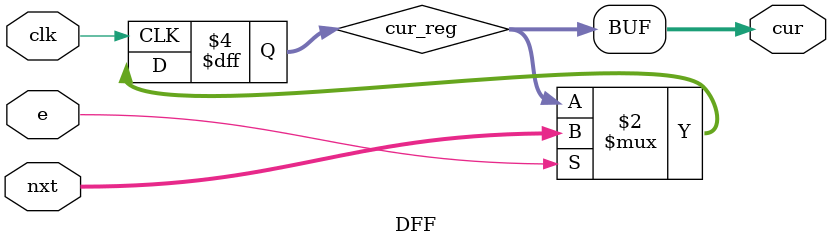
<source format=sv>
module DFF #(
    parameter WIDTH = 32
) (
    input wire clk,
    input wire e,
    input  wire[WIDTH-1 : 0] nxt,
    output wire[WIDTH-1 : 0] cur
);
reg[WIDTH-1 : 0] cur_reg;
assign cur = cur_reg;
always_ff @(posedge clk) begin
    if (e)
        cur_reg <= nxt;
end
    
endmodule
</source>
